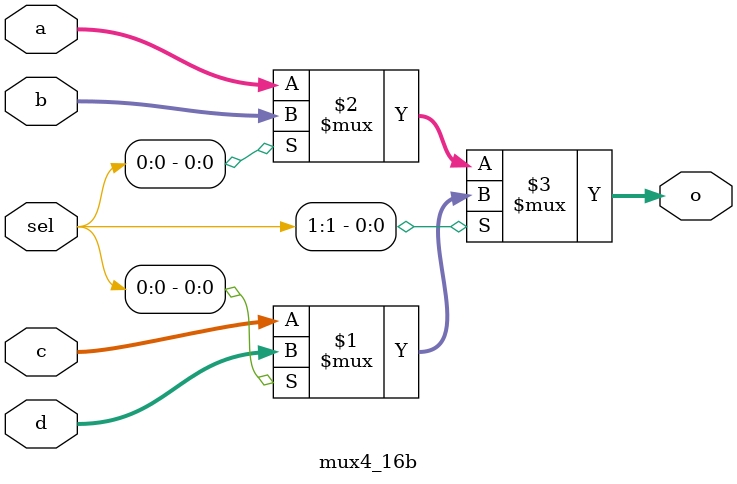
<source format=v>
`timescale 1ns / 1ps
module mux4_16b(
    input [15:0] a,
    input [15:0] b,
    input [15:0] c,
    input [15:0] d,
    input [1:0] sel,
    output [15:0] o
    );

	//00 -> a, 01 -> b, 10 -> c, 11 -> d
	assign o = sel[1] ? (sel[0] ? d : c) : (sel[0] ? b : a);

endmodule

</source>
